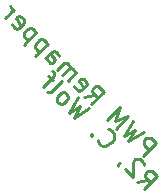
<source format=gbr>
%TF.GenerationSoftware,KiCad,Pcbnew,7.0.8*%
%TF.CreationDate,2024-01-22T00:16:33-08:00*%
%TF.ProjectId,PWMGen R1,50574d47-656e-4205-9231-2e6b69636164,rev?*%
%TF.SameCoordinates,Original*%
%TF.FileFunction,Legend,Bot*%
%TF.FilePolarity,Positive*%
%FSLAX46Y46*%
G04 Gerber Fmt 4.6, Leading zero omitted, Abs format (unit mm)*
G04 Created by KiCad (PCBNEW 7.0.8) date 2024-01-22 00:16:33*
%MOMM*%
%LPD*%
G01*
G04 APERTURE LIST*
G04 Aperture macros list*
%AMRoundRect*
0 Rectangle with rounded corners*
0 $1 Rounding radius*
0 $2 $3 $4 $5 $6 $7 $8 $9 X,Y pos of 4 corners*
0 Add a 4 corners polygon primitive as box body*
4,1,4,$2,$3,$4,$5,$6,$7,$8,$9,$2,$3,0*
0 Add four circle primitives for the rounded corners*
1,1,$1+$1,$2,$3*
1,1,$1+$1,$4,$5*
1,1,$1+$1,$6,$7*
1,1,$1+$1,$8,$9*
0 Add four rect primitives between the rounded corners*
20,1,$1+$1,$2,$3,$4,$5,0*
20,1,$1+$1,$4,$5,$6,$7,0*
20,1,$1+$1,$6,$7,$8,$9,0*
20,1,$1+$1,$8,$9,$2,$3,0*%
G04 Aperture macros list end*
%ADD10C,0.254000*%
%ADD11R,1.700000X1.700000*%
%ADD12O,1.700000X1.700000*%
%ADD13R,2.100000X2.100000*%
%ADD14C,2.100000*%
%ADD15C,0.800000*%
%ADD16C,6.400000*%
%ADD17RoundRect,0.250001X1.399999X-1.099999X1.399999X1.099999X-1.399999X1.099999X-1.399999X-1.099999X0*%
%ADD18O,3.300000X2.700000*%
%ADD19C,1.200000*%
%ADD20RoundRect,0.250000X-0.725000X0.600000X-0.725000X-0.600000X0.725000X-0.600000X0.725000X0.600000X0*%
%ADD21O,1.950000X1.700000*%
G04 APERTURE END LIST*
D10*
X-113174619Y180449560D02*
X-112096989Y181527191D01*
X-112096989Y181527191D02*
X-112507515Y181937717D01*
X-112507515Y181937717D02*
X-112661462Y181989033D01*
X-112661462Y181989033D02*
X-112764093Y181989033D01*
X-112764093Y181989033D02*
X-112918041Y181937717D01*
X-112918041Y181937717D02*
X-113071988Y181783770D01*
X-113071988Y181783770D02*
X-113123304Y181629823D01*
X-113123304Y181629823D02*
X-113123304Y181527191D01*
X-113123304Y181527191D02*
X-113071988Y181373244D01*
X-113071988Y181373244D02*
X-112661462Y180962718D01*
X-113071988Y182502190D02*
X-114406197Y181681138D01*
X-114406197Y181681138D02*
X-113841724Y182656137D01*
X-113841724Y182656137D02*
X-114816723Y182091664D01*
X-114816723Y182091664D02*
X-113995671Y183425874D01*
X-115483828Y182758769D02*
X-114406197Y183836400D01*
X-114406197Y183836400D02*
X-115535144Y183425874D01*
X-115535144Y183425874D02*
X-115124618Y184554820D01*
X-115124618Y184554820D02*
X-116202248Y183477189D01*
X-118152247Y185427188D02*
X-117279879Y185581135D01*
X-117536458Y184811399D02*
X-116458827Y185889029D01*
X-116458827Y185889029D02*
X-116869353Y186299555D01*
X-116869353Y186299555D02*
X-117023300Y186350871D01*
X-117023300Y186350871D02*
X-117125932Y186350871D01*
X-117125932Y186350871D02*
X-117279879Y186299555D01*
X-117279879Y186299555D02*
X-117433826Y186145608D01*
X-117433826Y186145608D02*
X-117485142Y185991661D01*
X-117485142Y185991661D02*
X-117485142Y185889029D01*
X-117485142Y185889029D02*
X-117433826Y185735082D01*
X-117433826Y185735082D02*
X-117023300Y185324556D01*
X-118973299Y186350871D02*
X-118921983Y186196924D01*
X-118921983Y186196924D02*
X-118716720Y185991661D01*
X-118716720Y185991661D02*
X-118562773Y185940345D01*
X-118562773Y185940345D02*
X-118408826Y185991661D01*
X-118408826Y185991661D02*
X-117998300Y186402187D01*
X-117998300Y186402187D02*
X-117946984Y186556134D01*
X-117946984Y186556134D02*
X-117998300Y186710081D01*
X-117998300Y186710081D02*
X-118203563Y186915344D01*
X-118203563Y186915344D02*
X-118357510Y186966660D01*
X-118357510Y186966660D02*
X-118511457Y186915344D01*
X-118511457Y186915344D02*
X-118614089Y186812713D01*
X-118614089Y186812713D02*
X-118203563Y186196924D01*
X-119537772Y186812713D02*
X-118819352Y187531134D01*
X-118921983Y187428502D02*
X-118921983Y187531134D01*
X-118921983Y187531134D02*
X-118973299Y187685081D01*
X-118973299Y187685081D02*
X-119127246Y187839028D01*
X-119127246Y187839028D02*
X-119281193Y187890344D01*
X-119281193Y187890344D02*
X-119435141Y187839028D01*
X-119435141Y187839028D02*
X-119999614Y187274555D01*
X-119435141Y187839028D02*
X-119383825Y187992975D01*
X-119383825Y187992975D02*
X-119435141Y188146923D01*
X-119435141Y188146923D02*
X-119589088Y188300870D01*
X-119589088Y188300870D02*
X-119743035Y188352186D01*
X-119743035Y188352186D02*
X-119896982Y188300870D01*
X-119896982Y188300870D02*
X-120461456Y187736397D01*
X-121436455Y188711396D02*
X-120871982Y189275869D01*
X-120871982Y189275869D02*
X-120718034Y189327185D01*
X-120718034Y189327185D02*
X-120564087Y189275869D01*
X-120564087Y189275869D02*
X-120358824Y189070606D01*
X-120358824Y189070606D02*
X-120307508Y188916659D01*
X-121385139Y188762712D02*
X-121333823Y188608764D01*
X-121333823Y188608764D02*
X-121077245Y188352186D01*
X-121077245Y188352186D02*
X-120923297Y188300870D01*
X-120923297Y188300870D02*
X-120769350Y188352186D01*
X-120769350Y188352186D02*
X-120666719Y188454817D01*
X-120666719Y188454817D02*
X-120615403Y188608764D01*
X-120615403Y188608764D02*
X-120666719Y188762712D01*
X-120666719Y188762712D02*
X-120923297Y189019290D01*
X-120923297Y189019290D02*
X-120974613Y189173238D01*
X-121231192Y189942974D02*
X-122308823Y188865343D01*
X-121282508Y189891658D02*
X-121333823Y190045605D01*
X-121333823Y190045605D02*
X-121539086Y190250868D01*
X-121539086Y190250868D02*
X-121693034Y190302184D01*
X-121693034Y190302184D02*
X-121795665Y190302184D01*
X-121795665Y190302184D02*
X-121949612Y190250868D01*
X-121949612Y190250868D02*
X-122257507Y189942974D01*
X-122257507Y189942974D02*
X-122308823Y189789026D01*
X-122308823Y189789026D02*
X-122308823Y189686395D01*
X-122308823Y189686395D02*
X-122257507Y189532448D01*
X-122257507Y189532448D02*
X-122052244Y189327185D01*
X-122052244Y189327185D02*
X-121898297Y189275869D01*
X-122206191Y190917973D02*
X-123283822Y189840342D01*
X-122257507Y190866657D02*
X-122308822Y191020604D01*
X-122308822Y191020604D02*
X-122514085Y191225867D01*
X-122514085Y191225867D02*
X-122668033Y191277183D01*
X-122668033Y191277183D02*
X-122770664Y191277183D01*
X-122770664Y191277183D02*
X-122924611Y191225867D01*
X-122924611Y191225867D02*
X-123232506Y190917973D01*
X-123232506Y190917973D02*
X-123283822Y190764026D01*
X-123283822Y190764026D02*
X-123283822Y190661394D01*
X-123283822Y190661394D02*
X-123232506Y190507447D01*
X-123232506Y190507447D02*
X-123027243Y190302184D01*
X-123027243Y190302184D02*
X-122873296Y190250868D01*
X-124258821Y191636393D02*
X-124207505Y191482446D01*
X-124207505Y191482446D02*
X-124002242Y191277183D01*
X-124002242Y191277183D02*
X-123848295Y191225867D01*
X-123848295Y191225867D02*
X-123694348Y191277183D01*
X-123694348Y191277183D02*
X-123283822Y191687709D01*
X-123283822Y191687709D02*
X-123232506Y191841656D01*
X-123232506Y191841656D02*
X-123283822Y191995603D01*
X-123283822Y191995603D02*
X-123489085Y192200866D01*
X-123489085Y192200866D02*
X-123643032Y192252182D01*
X-123643032Y192252182D02*
X-123796979Y192200866D01*
X-123796979Y192200866D02*
X-123899611Y192098235D01*
X-123899611Y192098235D02*
X-123489085Y191482446D01*
X-124823294Y192098235D02*
X-124104874Y192816656D01*
X-124310137Y192611393D02*
X-124258821Y192765340D01*
X-124258821Y192765340D02*
X-124258821Y192867971D01*
X-124258821Y192867971D02*
X-124310137Y193021919D01*
X-124310137Y193021919D02*
X-124412768Y193124550D01*
X-113663408Y178271349D02*
X-112791041Y178425297D01*
X-113047619Y177655560D02*
X-111969989Y178733191D01*
X-111969989Y178733191D02*
X-112380515Y179143717D01*
X-112380515Y179143717D02*
X-112534462Y179195033D01*
X-112534462Y179195033D02*
X-112637093Y179195033D01*
X-112637093Y179195033D02*
X-112791041Y179143717D01*
X-112791041Y179143717D02*
X-112944988Y178989770D01*
X-112944988Y178989770D02*
X-112996304Y178835823D01*
X-112996304Y178835823D02*
X-112996304Y178733191D01*
X-112996304Y178733191D02*
X-112944988Y178579244D01*
X-112944988Y178579244D02*
X-112534462Y178168718D01*
X-113098935Y179656874D02*
X-113098935Y179759506D01*
X-113098935Y179759506D02*
X-113150251Y179913453D01*
X-113150251Y179913453D02*
X-113406830Y180170032D01*
X-113406830Y180170032D02*
X-113560777Y180221348D01*
X-113560777Y180221348D02*
X-113663408Y180221348D01*
X-113663408Y180221348D02*
X-113817356Y180170032D01*
X-113817356Y180170032D02*
X-113919987Y180067400D01*
X-113919987Y180067400D02*
X-114022619Y179862137D01*
X-114022619Y179862137D02*
X-114022619Y178630560D01*
X-114022619Y178630560D02*
X-114689723Y179297664D01*
X-115151565Y179862138D02*
X-115202881Y179810822D01*
X-115202881Y179810822D02*
X-115254197Y179656875D01*
X-115254197Y179656875D02*
X-115254197Y179554243D01*
X-116998932Y181812136D02*
X-116998932Y181709505D01*
X-116998932Y181709505D02*
X-116896301Y181504242D01*
X-116896301Y181504242D02*
X-116793669Y181401610D01*
X-116793669Y181401610D02*
X-116588406Y181298979D01*
X-116588406Y181298979D02*
X-116383143Y181298979D01*
X-116383143Y181298979D02*
X-116229196Y181350294D01*
X-116229196Y181350294D02*
X-115972617Y181504242D01*
X-115972617Y181504242D02*
X-115818670Y181658189D01*
X-115818670Y181658189D02*
X-115664723Y181914768D01*
X-115664723Y181914768D02*
X-115613407Y182068715D01*
X-115613407Y182068715D02*
X-115613407Y182273978D01*
X-115613407Y182273978D02*
X-115716039Y182479241D01*
X-115716039Y182479241D02*
X-115818670Y182581872D01*
X-115818670Y182581872D02*
X-116023933Y182684504D01*
X-116023933Y182684504D02*
X-116126565Y182684504D01*
X-117460774Y182273978D02*
X-117563406Y182273978D01*
X-117563406Y182273978D02*
X-117563406Y182171346D01*
X-117563406Y182171346D02*
X-117460774Y182171346D01*
X-117460774Y182171346D02*
X-117460774Y182273978D01*
X-117460774Y182273978D02*
X-117563406Y182171346D01*
X-117717353Y184480555D02*
X-119051562Y183659503D01*
X-119051562Y183659503D02*
X-118487089Y184634502D01*
X-118487089Y184634502D02*
X-119462088Y184070029D01*
X-119462088Y184070029D02*
X-118641036Y185404239D01*
X-120283140Y184891081D02*
X-120129193Y184839765D01*
X-120129193Y184839765D02*
X-120026561Y184839765D01*
X-120026561Y184839765D02*
X-119872614Y184891081D01*
X-119872614Y184891081D02*
X-119564719Y185198975D01*
X-119564719Y185198975D02*
X-119513404Y185352923D01*
X-119513404Y185352923D02*
X-119513404Y185455554D01*
X-119513404Y185455554D02*
X-119564719Y185609501D01*
X-119564719Y185609501D02*
X-119718667Y185763449D01*
X-119718667Y185763449D02*
X-119872614Y185814764D01*
X-119872614Y185814764D02*
X-119975245Y185814764D01*
X-119975245Y185814764D02*
X-120129193Y185763449D01*
X-120129193Y185763449D02*
X-120437087Y185455554D01*
X-120437087Y185455554D02*
X-120488403Y185301607D01*
X-120488403Y185301607D02*
X-120488403Y185198975D01*
X-120488403Y185198975D02*
X-120437087Y185045028D01*
X-120437087Y185045028D02*
X-120283140Y184891081D01*
X-121258139Y185866080D02*
X-121104192Y185814764D01*
X-121104192Y185814764D02*
X-120950245Y185866080D01*
X-120950245Y185866080D02*
X-120026561Y186789763D01*
X-120796298Y186841079D02*
X-121206824Y187251605D01*
X-121668665Y186276606D02*
X-120744982Y187200290D01*
X-120744982Y187200290D02*
X-120693666Y187354237D01*
X-120693666Y187354237D02*
X-120744982Y187508184D01*
X-120744982Y187508184D02*
X-120847613Y187610816D01*
%LPC*%
D11*
%TO.C,P6*%
X-133801100Y157578600D03*
D12*
X-133801100Y155038600D03*
X-133801100Y152498600D03*
%TD*%
D13*
%TO.C,J1*%
X-132801100Y128053600D03*
D14*
X-130261100Y128053600D03*
X-127721100Y128053600D03*
X-125181100Y128053600D03*
%TD*%
D15*
%TO.C,H1*%
X-134201100Y136053600D03*
X-133498156Y137750656D03*
X-133498156Y134356544D03*
X-131801100Y138453600D03*
D16*
X-131801100Y136053600D03*
D15*
X-131801100Y133653600D03*
X-130104044Y137750656D03*
X-130104044Y134356544D03*
X-129401100Y136053600D03*
%TD*%
%TO.C,H2*%
X-104201100Y156053600D03*
X-103498156Y157750656D03*
X-103498156Y154356544D03*
X-101801100Y158453600D03*
D16*
X-101801100Y156053600D03*
D15*
X-101801100Y153653600D03*
X-100104044Y157750656D03*
X-100104044Y154356544D03*
X-99401100Y156053600D03*
%TD*%
D17*
%TO.C,J2*%
X-107051100Y127853600D03*
D18*
X-107051100Y132053600D03*
X-107051100Y136253600D03*
X-101551100Y127853600D03*
X-101551100Y132053600D03*
X-101551100Y136253600D03*
%TD*%
D13*
%TO.C,J3*%
X-120561100Y128053600D03*
D14*
X-118021100Y128053600D03*
X-115481100Y128053600D03*
X-112941100Y128053600D03*
%TD*%
D13*
%TO.C,J5*%
X-120561100Y163423600D03*
D14*
X-118021100Y163423600D03*
X-115481100Y163423600D03*
X-112941100Y163423600D03*
%TD*%
D13*
%TO.C,J6*%
X-107861100Y163423600D03*
D14*
X-105321100Y163423600D03*
X-102781100Y163423600D03*
X-100241100Y163423600D03*
%TD*%
D19*
%TO.C,P1*%
X-133801100Y149153600D03*
D20*
X-131801100Y147553600D03*
D21*
X-131801100Y145053600D03*
X-131801100Y142553600D03*
%TD*%
D13*
%TO.C,J4*%
X-133261100Y163423600D03*
D14*
X-130721100Y163423600D03*
X-128181100Y163423600D03*
X-125641100Y163423600D03*
%TD*%
%LPD*%
M02*

</source>
